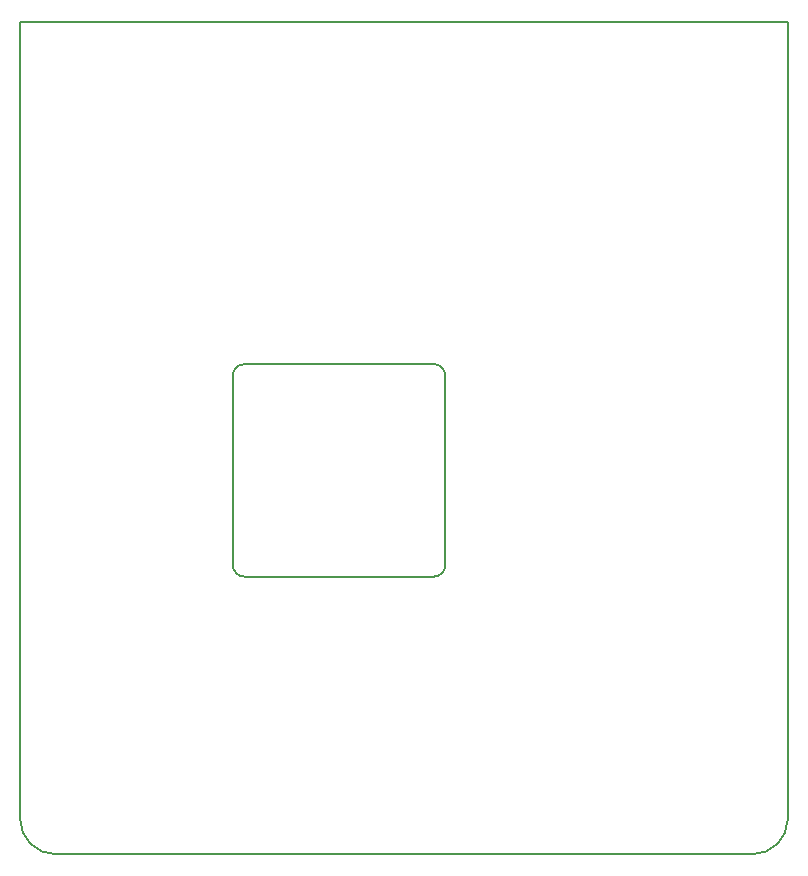
<source format=gbr>
G04 #@! TF.GenerationSoftware,KiCad,Pcbnew,5.0.0-rc2-dev-unknown-50608c1~62~ubuntu16.04.1*
G04 #@! TF.CreationDate,2018-03-02T13:49:05+13:00*
G04 #@! TF.ProjectId,pi-hat,70692D6861742E6B696361645F706362,rev?*
G04 #@! TF.SameCoordinates,Original*
G04 #@! TF.FileFunction,Profile,NP*
%FSLAX46Y46*%
G04 Gerber Fmt 4.6, Leading zero omitted, Abs format (unit mm)*
G04 Created by KiCad (PCBNEW 5.0.0-rc2-dev-unknown-50608c1~62~ubuntu16.04.1) date Fri Mar  2 13:49:05 2018*
%MOMM*%
%LPD*%
G01*
G04 APERTURE LIST*
%ADD10C,0.150000*%
G04 APERTURE END LIST*
D10*
X165000000Y-86000000D02*
X165000000Y-103000000D01*
X100000000Y-86000000D02*
X165000000Y-86000000D01*
X100000000Y-103000000D02*
X100000000Y-86000000D01*
X135000000Y-115000000D02*
G75*
G02X136000000Y-116000000I0J-1000000D01*
G01*
X136000000Y-132000000D02*
G75*
G02X135000000Y-133000000I-1000000J0D01*
G01*
X119000000Y-133000000D02*
G75*
G02X118000000Y-132000000I0J1000000D01*
G01*
X135000000Y-115000000D02*
X119000000Y-115000000D01*
X136000000Y-132000000D02*
X136000000Y-116000000D01*
X119000000Y-133000000D02*
X135000000Y-133000000D01*
X118000000Y-116000000D02*
X118000000Y-132000000D01*
X118000000Y-116000000D02*
G75*
G02X119000000Y-115000000I1000000J0D01*
G01*
X100000000Y-153500000D02*
X100000000Y-103000000D01*
X103000000Y-156500000D02*
G75*
G02X100000000Y-153500000I0J3000000D01*
G01*
X162000000Y-156500000D02*
X103000000Y-156500000D01*
X165000000Y-153500000D02*
G75*
G02X162000000Y-156500000I-3000000J0D01*
G01*
X165000000Y-103000000D02*
X165000000Y-153500000D01*
M02*

</source>
